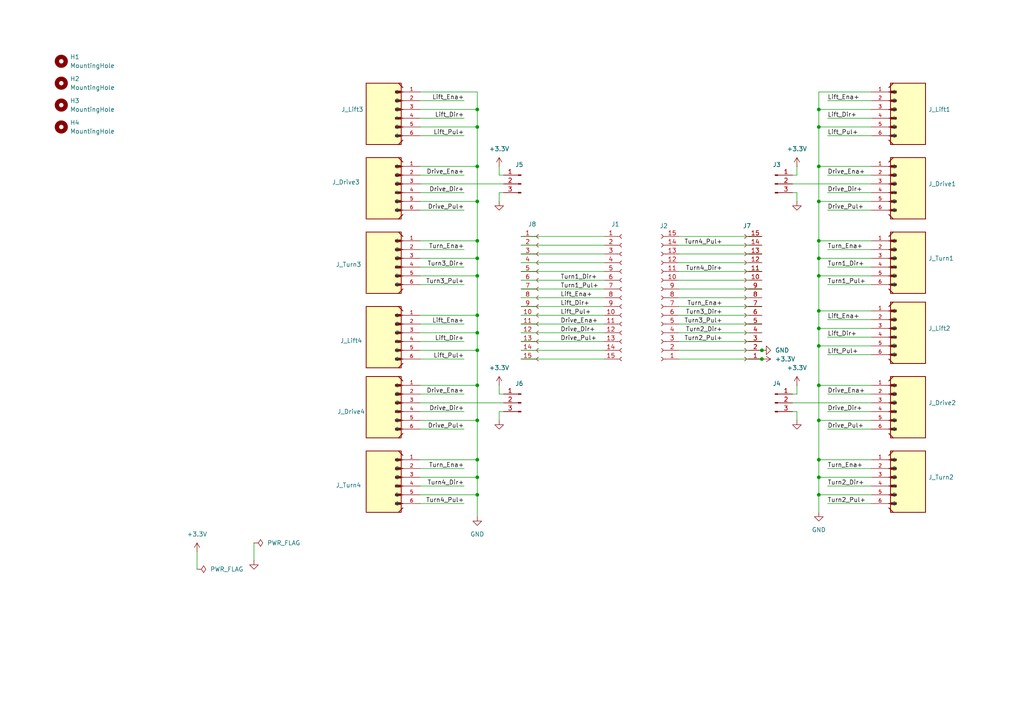
<source format=kicad_sch>
(kicad_sch (version 20250114) (generator "eeschema") (generator_version "9.0")
  (paper "A4")
  (lib_symbols
    (symbol "B6B-PH-K-S:B6B-PH-K-S" (pin_names (offset 1.016))
      (property "Reference" "J" (at -5.58 10.16 0))
      (property "Value" "B6B-PH-K-S" (at -5.08 -10.16 0))
      (symbol "B6B-PH-K-S_0_0"
        (polyline (pts (xy -5.08 8.89) (xy -3.81 10.16)) (stroke (width 0.254)))
        (polyline (pts (xy -5.08 7.62) (xy -3.175 7.62)) (stroke (width 0.254)))
        (polyline (pts (xy -5.08 5.08) (xy -3.175 5.08)) (stroke (width 0.254)))
        (polyline (pts (xy -5.08 2.54) (xy -3.175 2.54)) (stroke (width 0.254)))
        (polyline (pts (xy -5.08 0) (xy -3.175 0)) (stroke (width 0.254)))
        (polyline (pts (xy -5.08 -2.54) (xy -3.175 -2.54)) (stroke (width 0.254)))
        (polyline (pts (xy -5.08 -5.08) (xy -3.175 -5.08)) (stroke (width 0.254)))
        (polyline (pts (xy -5.08 -6.35) (xy -3.81 -7.62)) (stroke (width 0.254)))
        (rectangle (start -4.6038 -7.62) (end 5.5563 10.16) (stroke (width 0.254)) (fill (type background)))
        (rectangle (start -4.445 7.3025) (end -2.8575 7.9375) (stroke (width 0.1)) (fill (type outline)))
        (rectangle (start -4.445 4.7625) (end -2.8575 5.3975) (stroke (width 0.1)) (fill (type outline)))
        (rectangle (start -4.445 2.2225) (end -2.8575 2.8575) (stroke (width 0.1)) (fill (type outline)))
        (rectangle (start -4.445 -0.3175) (end -2.8575 0.3175) (stroke (width 0.1)) (fill (type outline)))
        (rectangle (start -4.445 -2.8575) (end -2.8575 -2.2225) (stroke (width 0.1)) (fill (type outline)))
        (rectangle (start -4.445 -5.3975) (end -2.8575 -4.7625) (stroke (width 0.1)) (fill (type outline)))
        (pin passive line (at -10.16 7.62 0) (length 5.08) (name "1") (number "1"))
        (pin passive line (at -10.16 5.08 0) (length 5.08) (name "2") (number "2"))
        (pin passive line (at -10.16 2.54 0) (length 5.08) (name "3") (number "3"))
        (pin passive line (at -10.16 0 0) (length 5.08) (name "4") (number "4"))
        (pin passive line (at -10.16 -2.54 0) (length 5.08) (name "5") (number "5"))
        (pin passive line (at -10.16 -5.08 0) (length 5.08) (name "6") (number "6"))
      )
    )
    (symbol "Connector:Conn_01x03_Pin" (pin_names (offset 1.016) (hide yes))
      (property "Reference" "J" (at 0 5.08 0))
      (property "Value" "Conn_01x03_Pin" (at 0 -5.08 0))
      (symbol "Conn_01x03_Pin_1_1"
        (rectangle (start 0.8636 2.667) (end 0 2.413) (stroke (width 0.1524)) (fill (type outline)))
        (rectangle (start 0.8636 0.127) (end 0 -0.127) (stroke (width 0.1524)) (fill (type outline)))
        (rectangle (start 0.8636 -2.413) (end 0 -2.667) (stroke (width 0.1524)) (fill (type outline)))
        (polyline (pts (xy 1.27 2.54) (xy 0.8636 2.54)) (stroke (width 0.1524)))
        (polyline (pts (xy 1.27 0) (xy 0.8636 0)) (stroke (width 0.1524)))
        (polyline (pts (xy 1.27 -2.54) (xy 0.8636 -2.54)) (stroke (width 0.1524)))
        (pin passive line (at 5.08 2.54 180) (length 3.81) (name "Pin_1") (number "1"))
        (pin passive line (at 5.08 0 180) (length 3.81) (name "Pin_2") (number "2"))
        (pin passive line (at 5.08 -2.54 180) (length 3.81) (name "Pin_3") (number "3"))
      )
    )
    (symbol "Connector:Conn_01x15_Socket" (pin_names (offset 1.016) (hide yes))
      (property "Reference" "J" (at 0 20.32 0))
      (property "Value" "Conn_01x15_Socket" (at 0 -20.32 0))
      (symbol "Conn_01x15_Socket_1_1"
        (polyline (pts (xy -1.27 17.78) (xy -0.508 17.78)) (stroke (width 0.1524)))
        (polyline (pts (xy -1.27 15.24) (xy -0.508 15.24)) (stroke (width 0.1524)))
        (polyline (pts (xy -1.27 12.7) (xy -0.508 12.7)) (stroke (width 0.1524)))
        (polyline (pts (xy -1.27 10.16) (xy -0.508 10.16)) (stroke (width 0.1524)))
        (polyline (pts (xy -1.27 7.62) (xy -0.508 7.62)) (stroke (width 0.1524)))
        (polyline (pts (xy -1.27 5.08) (xy -0.508 5.08)) (stroke (width 0.1524)))
        (polyline (pts (xy -1.27 2.54) (xy -0.508 2.54)) (stroke (width 0.1524)))
        (polyline (pts (xy -1.27 0) (xy -0.508 0)) (stroke (width 0.1524)))
        (polyline (pts (xy -1.27 -2.54) (xy -0.508 -2.54)) (stroke (width 0.1524)))
        (polyline (pts (xy -1.27 -5.08) (xy -0.508 -5.08)) (stroke (width 0.1524)))
        (polyline (pts (xy -1.27 -7.62) (xy -0.508 -7.62)) (stroke (width 0.1524)))
        (polyline (pts (xy -1.27 -10.16) (xy -0.508 -10.16)) (stroke (width 0.1524)))
        (polyline (pts (xy -1.27 -12.7) (xy -0.508 -12.7)) (stroke (width 0.1524)))
        (polyline (pts (xy -1.27 -15.24) (xy -0.508 -15.24)) (stroke (width 0.1524)))
        (polyline (pts (xy -1.27 -17.78) (xy -0.508 -17.78)) (stroke (width 0.1524)))
        (arc (start 0 17.272) (mid -0.5058 17.78) (end 0 18.288) (stroke (width 0.1524)))
        (arc (start 0 14.732) (mid -0.5058 15.24) (end 0 15.748) (stroke (width 0.1524)))
        (arc (start 0 12.192) (mid -0.5058 12.7) (end 0 13.208) (stroke (width 0.1524)))
        (arc (start 0 9.652) (mid -0.5058 10.16) (end 0 10.668) (stroke (width 0.1524)))
        (arc (start 0 7.112) (mid -0.5058 7.62) (end 0 8.128) (stroke (width 0.1524)))
        (arc (start 0 4.572) (mid -0.5058 5.08) (end 0 5.588) (stroke (width 0.1524)))
        (arc (start 0 2.032) (mid -0.5058 2.54) (end 0 3.048) (stroke (width 0.1524)))
        (arc (start 0 -0.508) (mid -0.5058 0) (end 0 0.508) (stroke (width 0.1524)))
        (arc (start 0 -3.048) (mid -0.5058 -2.54) (end 0 -2.032) (stroke (width 0.1524)))
        (arc (start 0 -5.588) (mid -0.5058 -5.08) (end 0 -4.572) (stroke (width 0.1524)))
        (arc (start 0 -8.128) (mid -0.5058 -7.62) (end 0 -7.112) (stroke (width 0.1524)))
        (arc (start 0 -10.668) (mid -0.5058 -10.16) (end 0 -9.652) (stroke (width 0.1524)))
        (arc (start 0 -13.208) (mid -0.5058 -12.7) (end 0 -12.192) (stroke (width 0.1524)))
        (arc (start 0 -15.748) (mid -0.5058 -15.24) (end 0 -14.732) (stroke (width 0.1524)))
        (arc (start 0 -18.288) (mid -0.5058 -17.78) (end 0 -17.272) (stroke (width 0.1524)))
        (pin passive line (at -5.08 17.78 0) (length 3.81) (name "Pin_1") (number "1"))
        (pin passive line (at -5.08 15.24 0) (length 3.81) (name "Pin_2") (number "2"))
        (pin passive line (at -5.08 12.7 0) (length 3.81) (name "Pin_3") (number "3"))
        (pin passive line (at -5.08 10.16 0) (length 3.81) (name "Pin_4") (number "4"))
        (pin passive line (at -5.08 7.62 0) (length 3.81) (name "Pin_5") (number "5"))
        (pin passive line (at -5.08 5.08 0) (length 3.81) (name "Pin_6") (number "6"))
        (pin passive line (at -5.08 2.54 0) (length 3.81) (name "Pin_7") (number "7"))
        (pin passive line (at -5.08 0 0) (length 3.81) (name "Pin_8") (number "8"))
        (pin passive line (at -5.08 -2.54 0) (length 3.81) (name "Pin_9") (number "9"))
        (pin passive line (at -5.08 -5.08 0) (length 3.81) (name "Pin_10") (number "10"))
        (pin passive line (at -5.08 -7.62 0) (length 3.81) (name "Pin_11") (number "11"))
        (pin passive line (at -5.08 -10.16 0) (length 3.81) (name "Pin_12") (number "12"))
        (pin passive line (at -5.08 -12.7 0) (length 3.81) (name "Pin_13") (number "13"))
        (pin passive line (at -5.08 -15.24 0) (length 3.81) (name "Pin_14") (number "14"))
        (pin passive line (at -5.08 -17.78 0) (length 3.81) (name "Pin_15") (number "15"))
      )
    )
    (symbol "Mechanical:MountingHole" (pin_names (offset 1.016)) (in_bom no)
      (property "Reference" "H" (at 0 5.08 0))
      (property "Value" "MountingHole" (at 0 3.175 0))
      (symbol "MountingHole_0_1"
        (circle (center 0 0) (radius 1.27) (stroke (width 1.27)))
      )
    )
    (symbol "power:+3.3V" (power) (pin_numbers (hide yes)) (pin_names (offset 0) (hide yes))
      (property "Value" "+3.3V" (at 0 3.556 0))
      (symbol "+3.3V_0_1"
        (polyline (pts (xy -0.762 1.27) (xy 0 2.54)))
        (polyline (pts (xy 0 2.54) (xy 0.762 1.27)))
        (polyline (pts (xy 0 0) (xy 0 2.54)))
      )
      (symbol "+3.3V_1_1"
        (pin power_in line (at 0 0 90) (length 0) (name "~") (number "1"))
      )
    )
    (symbol "power:GND" (power) (pin_numbers (hide yes)) (pin_names (offset 0) (hide yes))
      (property "Value" "GND" (at 0 -3.81 0))
      (symbol "GND_0_1"
        (polyline (pts (xy 0 0) (xy 0 -1.27) (xy 1.27 -1.27) (xy 0 -2.54) (xy -1.27 -1.27) (xy 0 -1.27)))
      )
      (symbol "GND_1_1"
        (pin power_in line (at 0 0 270) (length 0) (name "~") (number "1"))
      )
    )
    (symbol "power:PWR_FLAG" (power) (pin_numbers (hide yes)) (pin_names (offset 0) (hide yes))
      (property "Value" "PWR_FLAG" (at 0 3.81 0))
      (symbol "PWR_FLAG_0_0"
        (pin power_out line (at 0 0 90) (length 0) (name "~") (number "1"))
      )
      (symbol "PWR_FLAG_0_1"
        (polyline (pts (xy 0 0) (xy 0 1.27) (xy -1.016 1.905) (xy 0 2.54) (xy 1.016 1.905) (xy 0 1.27)))
      )
    )
  )
  (junction (at 138.43 101.6))
  (junction (at 237.49 143.51))
  (junction (at 237.49 121.92))
  (junction (at 237.49 48.26))
  (junction (at 138.43 91.44))
  (junction (at 138.43 121.92))
  (junction (at 237.49 138.43))
  (junction (at 237.49 90.17))
  (junction (at 138.43 138.43))
  (junction (at 220.98 104.14))
  (junction (at 138.43 111.76))
  (junction (at 237.49 95.25))
  (junction (at 237.49 80.01))
  (junction (at 237.49 36.83))
  (junction (at 237.49 31.75))
  (junction (at 138.43 48.26))
  (junction (at 138.43 96.52))
  (junction (at 237.49 100.33))
  (junction (at 237.49 133.35))
  (junction (at 138.43 143.51))
  (junction (at 237.49 111.76))
  (junction (at 138.43 80.01))
  (junction (at 237.49 58.42))
  (junction (at 237.49 74.93))
  (junction (at 138.43 36.83))
  (junction (at 138.43 31.75))
  (junction (at 138.43 58.42))
  (junction (at 138.43 74.93))
  (junction (at 237.49 69.85))
  (junction (at 138.43 69.85))
  (junction (at 138.43 133.35))
  (junction (at 220.98 101.6))
  (wire (pts (xy 237.49 74.93) (xy 237.49 80.01)))
  (wire (pts (xy 138.43 69.85) (xy 138.43 74.93)))
  (wire (pts (xy 151.13 99.06) (xy 175.26 99.06)))
  (wire (pts (xy 240.03 60.96) (xy 252.73 60.96)))
  (wire (pts (xy 231.14 114.3) (xy 231.14 111.76)))
  (wire (pts (xy 146.05 50.8) (xy 144.78 50.8)))
  (wire (pts (xy 134.62 124.46) (xy 121.92 124.46)))
  (wire (pts (xy 121.92 91.44) (xy 138.43 91.44)))
  (wire (pts (xy 237.49 80.01) (xy 252.73 80.01)))
  (wire (pts (xy 121.92 58.42) (xy 138.43 58.42)))
  (wire (pts (xy 121.92 50.8) (xy 134.62 50.8)))
  (wire (pts (xy 134.62 140.97) (xy 121.92 140.97)))
  (wire (pts (xy 196.85 68.58) (xy 220.98 68.58)))
  (wire (pts (xy 144.78 114.3) (xy 144.78 111.76)))
  (wire (pts (xy 134.62 82.55) (xy 121.92 82.55)))
  (wire (pts (xy 151.13 91.44) (xy 175.26 91.44)))
  (wire (pts (xy 237.49 48.26) (xy 237.49 58.42)))
  (wire (pts (xy 237.49 31.75) (xy 237.49 36.83)))
  (wire (pts (xy 138.43 133.35) (xy 138.43 138.43)))
  (wire (pts (xy 229.87 114.3) (xy 231.14 114.3)))
  (wire (pts (xy 138.43 48.26) (xy 138.43 58.42)))
  (wire (pts (xy 146.05 114.3) (xy 144.78 114.3)))
  (wire (pts (xy 138.43 96.52) (xy 138.43 101.6)))
  (wire (pts (xy 121.92 69.85) (xy 138.43 69.85)))
  (wire (pts (xy 237.49 58.42) (xy 252.73 58.42)))
  (wire (pts (xy 252.73 138.43) (xy 237.49 138.43)))
  (wire (pts (xy 237.49 121.92) (xy 252.73 121.92)))
  (wire (pts (xy 237.49 26.67) (xy 237.49 31.75)))
  (wire (pts (xy 240.03 140.97) (xy 252.73 140.97)))
  (wire (pts (xy 237.49 48.26) (xy 252.73 48.26)))
  (wire (pts (xy 134.62 60.96) (xy 121.92 60.96)))
  (wire (pts (xy 144.78 50.8) (xy 144.78 48.26)))
  (wire (pts (xy 237.49 143.51) (xy 237.49 148.59)))
  (wire (pts (xy 252.73 114.3) (xy 240.03 114.3)))
  (wire (pts (xy 138.43 138.43) (xy 138.43 143.51)))
  (wire (pts (xy 151.13 101.6) (xy 175.26 101.6)))
  (wire (pts (xy 252.73 143.51) (xy 237.49 143.51)))
  (wire (pts (xy 237.49 100.33) (xy 252.73 100.33)))
  (wire (pts (xy 121.92 116.84) (xy 146.05 116.84)))
  (wire (pts (xy 146.05 55.88) (xy 144.78 55.88)))
  (wire (pts (xy 134.62 39.37) (xy 121.92 39.37)))
  (wire (pts (xy 237.49 80.01) (xy 237.49 90.17)))
  (wire (pts (xy 138.43 58.42) (xy 138.43 69.85)))
  (wire (pts (xy 240.03 72.39) (xy 252.73 72.39)))
  (wire (pts (xy 151.13 93.98) (xy 175.26 93.98)))
  (wire (pts (xy 151.13 68.58) (xy 175.26 68.58)))
  (wire (pts (xy 237.49 121.92) (xy 237.49 133.35)))
  (wire (pts (xy 151.13 88.9) (xy 175.26 88.9)))
  (wire (pts (xy 134.62 77.47) (xy 121.92 77.47)))
  (wire (pts (xy 73.66 157.48) (xy 73.66 162.56)))
  (wire (pts (xy 196.85 91.44) (xy 220.98 91.44)))
  (wire (pts (xy 252.73 55.88) (xy 240.03 55.88)))
  (wire (pts (xy 138.43 36.83) (xy 138.43 48.26)))
  (wire (pts (xy 252.73 119.38) (xy 240.03 119.38)))
  (wire (pts (xy 121.92 31.75) (xy 138.43 31.75)))
  (wire (pts (xy 237.49 36.83) (xy 252.73 36.83)))
  (wire (pts (xy 151.13 71.12) (xy 175.26 71.12)))
  (wire (pts (xy 240.03 77.47) (xy 252.73 77.47)))
  (wire (pts (xy 196.85 101.6) (xy 220.98 101.6)))
  (wire (pts (xy 240.03 146.05) (xy 252.73 146.05)))
  (wire (pts (xy 196.85 93.98) (xy 220.98 93.98)))
  (wire (pts (xy 138.43 121.92) (xy 138.43 133.35)))
  (wire (pts (xy 237.49 111.76) (xy 237.49 121.92)))
  (wire (pts (xy 237.49 58.42) (xy 237.49 69.85)))
  (wire (pts (xy 138.43 101.6) (xy 138.43 111.76)))
  (wire (pts (xy 240.03 97.79) (xy 252.73 97.79)))
  (wire (pts (xy 240.03 124.46) (xy 252.73 124.46)))
  (wire (pts (xy 134.62 104.14) (xy 121.92 104.14)))
  (wire (pts (xy 151.13 81.28) (xy 175.26 81.28)))
  (wire (pts (xy 134.62 72.39) (xy 121.92 72.39)))
  (wire (pts (xy 121.92 26.67) (xy 138.43 26.67)))
  (wire (pts (xy 196.85 71.12) (xy 220.98 71.12)))
  (wire (pts (xy 237.49 111.76) (xy 252.73 111.76)))
  (wire (pts (xy 151.13 83.82) (xy 175.26 83.82)))
  (wire (pts (xy 151.13 86.36) (xy 175.26 86.36)))
  (wire (pts (xy 121.92 133.35) (xy 138.43 133.35)))
  (wire (pts (xy 121.92 119.38) (xy 134.62 119.38)))
  (wire (pts (xy 237.49 95.25) (xy 237.49 100.33)))
  (wire (pts (xy 229.87 50.8) (xy 231.14 50.8)))
  (wire (pts (xy 138.43 80.01) (xy 138.43 91.44)))
  (wire (pts (xy 231.14 119.38) (xy 231.14 121.92)))
  (wire (pts (xy 138.43 143.51) (xy 138.43 149.86)))
  (wire (pts (xy 229.87 116.84) (xy 252.73 116.84)))
  (wire (pts (xy 121.92 55.88) (xy 134.62 55.88)))
  (wire (pts (xy 237.49 133.35) (xy 252.73 133.35)))
  (wire (pts (xy 134.62 93.98) (xy 121.92 93.98)))
  (wire (pts (xy 240.03 34.29) (xy 252.73 34.29)))
  (wire (pts (xy 237.49 100.33) (xy 237.49 111.76)))
  (wire (pts (xy 237.49 74.93) (xy 252.73 74.93)))
  (wire (pts (xy 252.73 50.8) (xy 240.03 50.8)))
  (wire (pts (xy 196.85 83.82) (xy 220.98 83.82)))
  (wire (pts (xy 196.85 96.52) (xy 220.98 96.52)))
  (wire (pts (xy 138.43 31.75) (xy 138.43 36.83)))
  (wire (pts (xy 196.85 104.14) (xy 220.98 104.14)))
  (wire (pts (xy 237.49 138.43) (xy 237.49 143.51)))
  (wire (pts (xy 237.49 90.17) (xy 252.73 90.17)))
  (wire (pts (xy 121.92 80.01) (xy 138.43 80.01)))
  (wire (pts (xy 237.49 133.35) (xy 237.49 138.43)))
  (wire (pts (xy 144.78 55.88) (xy 144.78 58.42)))
  (wire (pts (xy 196.85 86.36) (xy 220.98 86.36)))
  (wire (pts (xy 151.13 78.74) (xy 175.26 78.74)))
  (wire (pts (xy 121.92 101.6) (xy 138.43 101.6)))
  (wire (pts (xy 151.13 76.2) (xy 175.26 76.2)))
  (wire (pts (xy 138.43 111.76) (xy 138.43 121.92)))
  (wire (pts (xy 144.78 119.38) (xy 144.78 121.92)))
  (wire (pts (xy 240.03 135.89) (xy 252.73 135.89)))
  (wire (pts (xy 121.92 111.76) (xy 138.43 111.76)))
  (wire (pts (xy 151.13 104.14) (xy 175.26 104.14)))
  (wire (pts (xy 196.85 88.9) (xy 220.98 88.9)))
  (wire (pts (xy 196.85 78.74) (xy 220.98 78.74)))
  (wire (pts (xy 240.03 92.71) (xy 252.73 92.71)))
  (wire (pts (xy 151.13 96.52) (xy 175.26 96.52)))
  (wire (pts (xy 237.49 95.25) (xy 252.73 95.25)))
  (wire (pts (xy 237.49 36.83) (xy 237.49 48.26)))
  (wire (pts (xy 231.14 50.8) (xy 231.14 48.26)))
  (wire (pts (xy 121.92 48.26) (xy 138.43 48.26)))
  (wire (pts (xy 121.92 143.51) (xy 138.43 143.51)))
  (wire (pts (xy 229.87 53.34) (xy 252.73 53.34)))
  (wire (pts (xy 240.03 29.21) (xy 252.73 29.21)))
  (wire (pts (xy 196.85 76.2) (xy 220.98 76.2)))
  (wire (pts (xy 138.43 91.44) (xy 138.43 96.52)))
  (wire (pts (xy 231.14 55.88) (xy 231.14 58.42)))
  (wire (pts (xy 237.49 69.85) (xy 252.73 69.85)))
  (wire (pts (xy 134.62 34.29) (xy 121.92 34.29)))
  (wire (pts (xy 240.03 82.55) (xy 252.73 82.55)))
  (wire (pts (xy 138.43 26.67) (xy 138.43 31.75)))
  (wire (pts (xy 237.49 31.75) (xy 252.73 31.75)))
  (wire (pts (xy 121.92 96.52) (xy 138.43 96.52)))
  (wire (pts (xy 134.62 146.05) (xy 121.92 146.05)))
  (wire (pts (xy 196.85 99.06) (xy 220.98 99.06)))
  (wire (pts (xy 240.03 39.37) (xy 252.73 39.37)))
  (wire (pts (xy 121.92 114.3) (xy 134.62 114.3)))
  (wire (pts (xy 229.87 119.38) (xy 231.14 119.38)))
  (wire (pts (xy 57.15 160.02) (xy 57.15 165.1)))
  (wire (pts (xy 229.87 55.88) (xy 231.14 55.88)))
  (wire (pts (xy 151.13 73.66) (xy 175.26 73.66)))
  (wire (pts (xy 237.49 90.17) (xy 237.49 95.25)))
  (wire (pts (xy 138.43 74.93) (xy 138.43 80.01)))
  (wire (pts (xy 121.92 121.92) (xy 138.43 121.92)))
  (wire (pts (xy 121.92 53.34) (xy 146.05 53.34)))
  (wire (pts (xy 134.62 135.89) (xy 121.92 135.89)))
  (wire (pts (xy 134.62 29.21) (xy 121.92 29.21)))
  (wire (pts (xy 196.85 81.28) (xy 220.98 81.28)))
  (wire (pts (xy 196.85 73.66) (xy 220.98 73.66)))
  (wire (pts (xy 121.92 36.83) (xy 138.43 36.83)))
  (wire (pts (xy 240.03 102.87) (xy 252.73 102.87)))
  (wire (pts (xy 121.92 74.93) (xy 138.43 74.93)))
  (wire (pts (xy 146.05 119.38) (xy 144.78 119.38)))
  (wire (pts (xy 121.92 138.43) (xy 138.43 138.43)))
  (wire (pts (xy 237.49 69.85) (xy 237.49 74.93)))
  (wire (pts (xy 134.62 99.06) (xy 121.92 99.06)))
  (wire (pts (xy 252.73 26.67) (xy 237.49 26.67)))
  (label "Turn4_Dir+" (at 134.62 140.97 180))
  (label "Turn2_Pul+" (at 209.55 99.06 180))
  (label "Drive_Dir+" (at 134.62 119.38 180))
  (label "Turn3_Dir+" (at 209.55 91.44 180))
  (label "Drive_Pul+" (at 240.03 124.46 0))
  (label "Turn_Ena+" (at 134.62 72.39 180))
  (label "Drive_Pul+" (at 162.56 99.06 0))
  (label "Drive_Ena+" (at 240.03 114.3 0))
  (label "Turn_Ena+" (at 209.55 88.9 180))
  (label "Lift_Pul+" (at 162.56 91.44 0))
  (label "Lift_Dir+" (at 134.62 99.06 180))
  (label "Drive_Dir+" (at 162.56 96.52 0))
  (label "Drive_Ena+" (at 134.62 114.3 180))
  (label "Turn2_Dir+" (at 209.55 96.52 180))
  (label "Lift_Pul+" (at 134.62 39.37 180))
  (label "Turn4_Pul+" (at 134.62 146.05 180))
  (label "Turn3_Dir+" (at 134.62 77.47 180))
  (label "Lift_Dir+" (at 162.56 88.9 0))
  (label "Turn1_Dir+" (at 240.03 77.47 0))
  (label "Drive_Pul+" (at 134.62 124.46 180))
  (label "Lift_Dir+" (at 240.03 34.29 0))
  (label "Lift_Dir+" (at 134.62 34.29 180))
  (label "Turn_Ena+" (at 240.03 135.89 0))
  (label "Turn_Ena+" (at 134.62 135.89 180))
  (label "Drive_Dir+" (at 240.03 119.38 0))
  (label "Turn3_Pul+" (at 134.62 82.55 180))
  (label "Lift_Ena+" (at 134.62 93.98 180))
  (label "Drive_Pul+" (at 240.03 60.96 0))
  (label "Turn_Ena+" (at 240.03 72.39 0))
  (label "Lift_Ena+" (at 240.03 29.21 0))
  (label "Turn4_Dir+" (at 209.55 78.74 180))
  (label "Turn1_Dir+" (at 162.56 81.28 0))
  (label "Turn3_Pul+" (at 209.55 93.98 180))
  (label "Drive_Ena+" (at 240.03 50.8 0))
  (label "Lift_Ena+" (at 134.62 29.21 180))
  (label "Lift_Pul+" (at 240.03 102.87 0))
  (label "Turn1_Pul+" (at 240.03 82.55 0))
  (label "Turn1_Pul+" (at 162.56 83.82 0))
  (label "Lift_Ena+" (at 162.56 86.36 0))
  (label "Lift_Pul+" (at 240.03 39.37 0))
  (label "Turn2_Dir+" (at 240.03 140.97 0))
  (label "Drive_Dir+" (at 134.62 55.88 180))
  (label "Drive_Ena+" (at 134.62 50.8 180))
  (label "Lift_Pul+" (at 134.62 104.14 180))
  (label "Turn2_Pul+" (at 240.03 146.05 0))
  (label "Turn4_Pul+" (at 209.55 71.12 180))
  (label "Drive_Dir+" (at 240.03 55.88 0))
  (label "Drive_Pul+" (at 134.62 60.96 180))
  (label "Lift_Ena+" (at 240.03 92.71 0))
  (label "Lift_Dir+" (at 240.03 97.79 0))
  (label "Drive_Ena+" (at 162.56 93.98 0))
  (symbol (lib_id "Mechanical:MountingHole") (at 17.78 24.13 0) (unit 1) (in_bom no)
    (property "Reference" "H2" (at 20.32 22.8599 0) (effects (justify left)))
    (property "Value" "MountingHole" (at 20.32 25.3999 0) (effects (justify left)))
    (property "Footprint" "MountingHole:MountingHole_3.2mm_M3" (effects (hide yes)))
    (property "Description" "Mounting Hole without connection" (effects (hide yes)))
  )
  (symbol (lib_id "B6B-PH-K-S:B6B-PH-K-S") (at 111.76 77.47 0) (mirror y) (unit 1)
    (property "Reference" "J_Turn3" (at 101.092 76.708 0))
    (property "Value" "B6B-PH-K-S" (effects (hide yes)))
    (property "Footprint" "Connector_JST:JST_PH_B6B-PH-K_1x06_P2.00mm_Vertical" (effects (hide yes)))
    (property "Datasheet" "https://www.digikey.com/en/products/detail/jst-sales-america-inc/B6B-PH-K-S/926615" (effects (hide yes)))
    (property "MANUFACTURER" "JST" (effects (hide yes)))
  )
  (symbol (lib_id "B6B-PH-K-S:B6B-PH-K-S") (at 111.76 140.97 0) (mirror y) (unit 1)
    (property "Reference" "J_Turn4" (at 101.092 140.716 0))
    (property "Value" "B6B-PH-K-S" (effects (hide yes)))
    (property "Footprint" "Connector_JST:JST_PH_B6B-PH-K_1x06_P2.00mm_Vertical" (effects (hide yes)))
    (property "Datasheet" "https://www.digikey.com/en/products/detail/jst-sales-america-inc/B6B-PH-K-S/926615" (effects (hide yes)))
    (property "MANUFACTURER" "JST" (effects (hide yes)))
  )
  (symbol (lib_id "B6B-PH-K-S:B6B-PH-K-S") (at 111.76 119.38 0) (mirror y) (unit 1)
    (property "Reference" "J_Drive4" (at 101.854 119.38 0))
    (property "Value" "B6B-PH-K-S" (effects (hide yes)))
    (property "Footprint" "Connector_JST:JST_PH_B6B-PH-K_1x06_P2.00mm_Vertical" (effects (hide yes)))
    (property "Datasheet" "https://www.digikey.com/en/products/detail/jst-sales-america-inc/B6B-PH-K-S/926615" (effects (hide yes)))
    (property "MANUFACTURER" "JST" (effects (hide yes)))
  )
  (symbol (lib_id "power:PWR_FLAG") (at 57.15 165.1 270) (unit 1)
    (property "Reference" "#FLG02" (effects (hide yes)))
    (property "Value" "PWR_FLAG" (at 60.96 165.0999 90) (effects (justify left)))
    (property "Description" "Special symbol for telling ERC where power comes from" (effects (hide yes)))
  )
  (symbol (lib_id "Connector:Conn_01x03_Pin") (at 224.79 53.34 0) (unit 1)
    (property "Reference" "J3" (at 225.298 47.752 0))
    (property "Value" "Conn_01x03_Pin" (effects (hide yes)))
    (property "Footprint" "Connector_PinHeader_2.54mm:PinHeader_1x03_P2.54mm_Vertical" (effects (hide yes)))
    (property "Datasheet" "https://www.digikey.com/en/products/detail/w%C3%BCrth-elektronik/61300311121/4846825" (effects (hide yes)))
    (property "Description" "Generic connector, single row, 01x03, script generated" (effects (hide yes)))
  )
  (symbol (lib_id "B6B-PH-K-S:B6B-PH-K-S") (at 111.76 34.29 0) (mirror y) (unit 1)
    (property "Reference" "J_Lift3" (at 105.41 31.7499 0) (effects (justify left)))
    (property "Value" "B6B-PH-K-S" (effects (hide yes)))
    (property "Footprint" "Connector_JST:JST_PH_B6B-PH-K_1x06_P2.00mm_Vertical" (effects (hide yes)))
    (property "Datasheet" "https://www.digikey.com/en/products/detail/jst-sales-america-inc/B6B-PH-K-S/926615" (effects (hide yes)))
    (property "MANUFACTURER" "JST" (effects (hide yes)))
  )
  (symbol (lib_id "B6B-PH-K-S:B6B-PH-K-S") (at 262.89 140.97 0) (unit 1)
    (property "Reference" "J_Turn2" (at 269.24 138.4299 0) (effects (justify left)))
    (property "Value" "B6B-PH-K-S" (effects (hide yes)))
    (property "Footprint" "Connector_JST:JST_PH_B6B-PH-K_1x06_P2.00mm_Vertical" (effects (hide yes)))
    (property "Datasheet" "https://www.digikey.com/en/products/detail/jst-sales-america-inc/B6B-PH-K-S/926615" (effects (hide yes)))
    (property "MANUFACTURER" "JST" (effects (hide yes)))
  )
  (symbol (lib_id "B6B-PH-K-S:B6B-PH-K-S") (at 262.89 119.38 0) (unit 1)
    (property "Reference" "J_Drive2" (at 269.24 116.8399 0) (effects (justify left)))
    (property "Value" "B6B-PH-K-S" (effects (hide yes)))
    (property "Footprint" "Connector_JST:JST_PH_B6B-PH-K_1x06_P2.00mm_Vertical" (effects (hide yes)))
    (property "Datasheet" "https://www.digikey.com/en/products/detail/jst-sales-america-inc/B6B-PH-K-S/926615" (effects (hide yes)))
    (property "MANUFACTURER" "JST" (effects (hide yes)))
  )
  (symbol (lib_id "Mechanical:MountingHole") (at 17.78 36.83 0) (unit 1) (in_bom no)
    (property "Reference" "H4" (at 20.32 35.5599 0) (effects (justify left)))
    (property "Value" "MountingHole" (at 20.32 38.0999 0) (effects (justify left)))
    (property "Footprint" "MountingHole:MountingHole_3.2mm_M3" (effects (hide yes)))
    (property "Description" "Mounting Hole without connection" (effects (hide yes)))
  )
  (symbol (lib_id "Mechanical:MountingHole") (at 17.78 17.78 0) (unit 1) (in_bom no)
    (property "Reference" "H1" (at 20.32 16.5099 0) (effects (justify left)))
    (property "Value" "MountingHole" (at 20.32 19.0499 0) (effects (justify left)))
    (property "Footprint" "MountingHole:MountingHole_3.2mm_M3" (effects (hide yes)))
    (property "Description" "Mounting Hole without connection" (effects (hide yes)))
  )
  (symbol (lib_id "power:GND") (at 138.43 149.86 0) (unit 1)
    (property "Reference" "#PWR01" (effects (hide yes)))
    (property "Value" "GND" (at 138.43 154.94 0))
    (property "Description" "Power symbol creates a global label with name \"GND\" , ground" (effects (hide yes)))
  )
  (symbol (lib_id "B6B-PH-K-S:B6B-PH-K-S") (at 262.89 55.88 0) (unit 1)
    (property "Reference" "J_Drive1" (at 269.24 53.3399 0) (effects (justify left)))
    (property "Value" "B6B-PH-K-S" (effects (hide yes)))
    (property "Footprint" "Connector_JST:JST_PH_B6B-PH-K_1x06_P2.00mm_Vertical" (effects (hide yes)))
    (property "Datasheet" "https://www.digikey.com/en/products/detail/jst-sales-america-inc/B6B-PH-K-S/926615" (effects (hide yes)))
    (property "MANUFACTURER" "JST" (effects (hide yes)))
  )
  (symbol (lib_id "power:+3.3V") (at 57.15 160.02 0) (unit 1)
    (property "Reference" "#PWR09" (effects (hide yes)))
    (property "Value" "+3.3V" (at 57.15 154.94 0))
    (property "Description" "Power symbol creates a global label with name \"+3.3V\"" (effects (hide yes)))
  )
  (symbol (lib_id "B6B-PH-K-S:B6B-PH-K-S") (at 111.76 55.88 0) (mirror y) (unit 1)
    (property "Reference" "J_Drive3" (at 100.33 52.832 0))
    (property "Value" "B6B-PH-K-S" (effects (hide yes)))
    (property "Footprint" "Connector_JST:JST_PH_B6B-PH-K_1x06_P2.00mm_Vertical" (effects (hide yes)))
    (property "Datasheet" "https://www.digikey.com/en/products/detail/jst-sales-america-inc/B6B-PH-K-S/926615" (effects (hide yes)))
    (property "MANUFACTURER" "JST" (effects (hide yes)))
  )
  (symbol (lib_id "power:+3.3V") (at 144.78 111.76 0) (unit 1)
    (property "Reference" "#PWR05" (effects (hide yes)))
    (property "Value" "+3.3V" (at 144.78 106.68 0))
    (property "Description" "Power symbol creates a global label with name \"+3.3V\"" (effects (hide yes)))
  )
  (symbol (lib_id "power:+3.3V") (at 144.78 48.26 0) (unit 1)
    (property "Reference" "#PWR07" (effects (hide yes)))
    (property "Value" "+3.3V" (at 144.78 43.18 0))
    (property "Description" "Power symbol creates a global label with name \"+3.3V\"" (effects (hide yes)))
  )
  (symbol (lib_id "power:GND") (at 144.78 58.42 0) (mirror y) (unit 1)
    (property "Reference" "#PWR08" (effects (hide yes)))
    (property "Value" "GND" (effects (hide yes)))
    (property "Description" "Power symbol creates a global label with name \"GND\" , ground" (effects (hide yes)))
  )
  (symbol (lib_id "B6B-PH-K-S:B6B-PH-K-S") (at 262.89 77.47 0) (unit 1)
    (property "Reference" "J_Turn1" (at 269.24 74.9299 0) (effects (justify left)))
    (property "Value" "B6B-PH-K-S" (effects (hide yes)))
    (property "Footprint" "Connector_JST:JST_PH_B6B-PH-K_1x06_P2.00mm_Vertical" (effects (hide yes)))
    (property "Datasheet" "https://www.digikey.com/en/products/detail/jst-sales-america-inc/B6B-PH-K-S/926615" (effects (hide yes)))
    (property "MANUFACTURER" "JST" (effects (hide yes)))
  )
  (symbol (lib_id "power:GND") (at 231.14 121.92 0) (unit 1)
    (property "Reference" "#PWR06" (effects (hide yes)))
    (property "Value" "GND" (effects (hide yes)))
    (property "Description" "Power symbol creates a global label with name \"GND\" , ground" (effects (hide yes)))
  )
  (symbol (lib_id "power:+3.3V") (at 220.98 104.14 270) (unit 1)
    (property "Reference" "#PWR013" (effects (hide yes)))
    (property "Value" "+3.3V" (at 224.79 104.1399 90) (effects (justify left)))
    (property "Description" "Power symbol creates a global label with name \"+3.3V\"" (effects (hide yes)))
  )
  (symbol (lib_id "power:GND") (at 231.14 58.42 0) (unit 1)
    (property "Reference" "#PWR03" (effects (hide yes)))
    (property "Value" "GND" (effects (hide yes)))
    (property "Description" "Power symbol creates a global label with name \"GND\" , ground" (effects (hide yes)))
  )
  (symbol (lib_id "Mechanical:MountingHole") (at 17.78 30.48 0) (unit 1) (in_bom no)
    (property "Reference" "H3" (at 20.32 29.2099 0) (effects (justify left)))
    (property "Value" "MountingHole" (at 20.32 31.7499 0) (effects (justify left)))
    (property "Footprint" "MountingHole:MountingHole_3.2mm_M3" (effects (hide yes)))
    (property "Description" "Mounting Hole without connection" (effects (hide yes)))
  )
  (symbol (lib_id "power:GND") (at 73.66 162.56 0) (unit 1)
    (property "Reference" "#PWR011" (effects (hide yes)))
    (property "Value" "GND" (effects (hide yes)))
    (property "Description" "Power symbol creates a global label with name \"GND\" , ground" (effects (hide yes)))
  )
  (symbol (lib_id "power:GND") (at 144.78 121.92 0) (mirror y) (unit 1)
    (property "Reference" "#PWR010" (effects (hide yes)))
    (property "Value" "GND" (effects (hide yes)))
    (property "Description" "Power symbol creates a global label with name \"GND\" , ground" (effects (hide yes)))
  )
  (symbol (lib_id "Connector:Conn_01x03_Pin") (at 151.13 116.84 0) (mirror y) (unit 1)
    (property "Reference" "J6" (at 150.622 111.252 0))
    (property "Value" "Conn_01x03_Pin" (effects (hide yes)))
    (property "Footprint" "Connector_PinHeader_2.54mm:PinHeader_1x03_P2.54mm_Vertical" (effects (hide yes)))
    (property "Datasheet" "https://www.digikey.com/en/products/detail/w%C3%BCrth-elektronik/61300311121/4846825" (effects (hide yes)))
    (property "Description" "Generic connector, single row, 01x03, script generated" (effects (hide yes)))
  )
  (symbol (lib_id "Connector:Conn_01x03_Pin") (at 151.13 53.34 0) (mirror y) (unit 1)
    (property "Reference" "J5" (at 150.622 47.752 0))
    (property "Value" "Conn_01x03_Pin" (effects (hide yes)))
    (property "Footprint" "Connector_PinHeader_2.54mm:PinHeader_1x03_P2.54mm_Vertical" (effects (hide yes)))
    (property "Datasheet" "https://www.digikey.com/en/products/detail/w%C3%BCrth-elektronik/61300311121/4846825" (effects (hide yes)))
    (property "Description" "Generic connector, single row, 01x03, script generated" (effects (hide yes)))
  )
  (symbol (lib_id "B6B-PH-K-S:B6B-PH-K-S") (at 262.89 34.29 0) (unit 1)
    (property "Reference" "J_Lift1" (at 269.24 31.7499 0) (effects (justify left)))
    (property "Value" "B6B-PH-K-S" (effects (hide yes)))
    (property "Footprint" "Connector_JST:JST_PH_B6B-PH-K_1x06_P2.00mm_Vertical" (effects (hide yes)))
    (property "Datasheet" "https://www.digikey.com/en/products/detail/jst-sales-america-inc/B6B-PH-K-S/926615" (effects (hide yes)))
    (property "MANUFACTURER" "JST" (effects (hide yes)))
  )
  (symbol (lib_id "power:+3.3V") (at 231.14 48.26 0) (unit 1)
    (property "Reference" "#PWR012" (effects (hide yes)))
    (property "Value" "+3.3V" (at 231.14 43.18 0))
    (property "Description" "Power symbol creates a global label with name \"+3.3V\"" (effects (hide yes)))
  )
  (symbol (lib_id "Connector:Conn_01x15_Socket") (at 180.34 86.36 0) (unit 1)
    (property "Reference" "J1" (at 177.292 65.024 0) (effects (justify left)))
    (property "Value" "Conn_01x15_Socket" (effects (hide yes)))
    (property "Footprint" "Connector_PinSocket_2.54mm:PinSocket_1x15_P2.54mm_Vertical" (effects (hide yes)))
    (property "Datasheet" "https://www.digikey.com/en/products/detail/sullins-connector-solutions/PPTC151LFBN-RC/810153" (effects (hide yes)))
    (property "Description" "Generic connector, single row, 01x15, script generated" (effects (hide yes)))
  )
  (symbol (lib_id "Connector:Conn_01x15_Socket") (at 156.21 86.36 0) (unit 1)
    (property "Reference" "J8" (at 153.162 65.024 0) (effects (justify left)))
    (property "Value" "Conn_01x15_Socket" (effects (hide yes)))
    (property "Footprint" "Connector_PinSocket_2.54mm:PinSocket_1x15_P2.54mm_Vertical" (effects (hide yes)))
    (property "Datasheet" "https://www.digikey.com/en/products/detail/sullins-connector-solutions/PPTC151LFBN-RC/810153" (effects (hide yes)))
    (property "Description" "Generic connector, single row, 01x15, script generated" (effects (hide yes)))
  )
  (symbol (lib_id "B6B-PH-K-S:B6B-PH-K-S") (at 262.89 97.79 0) (unit 1)
    (property "Reference" "J_Lift2" (at 269.24 95.2499 0) (effects (justify left)))
    (property "Value" "B6B-PH-K-S" (effects (hide yes)))
    (property "Footprint" "Connector_JST:JST_PH_B6B-PH-K_1x06_P2.00mm_Vertical" (effects (hide yes)))
    (property "Datasheet" "https://www.digikey.com/en/products/detail/jst-sales-america-inc/B6B-PH-K-S/926615" (effects (hide yes)))
    (property "MANUFACTURER" "JST" (effects (hide yes)))
  )
  (symbol (lib_id "Connector:Conn_01x03_Pin") (at 224.79 116.84 0) (unit 1)
    (property "Reference" "J4" (at 225.298 111.252 0))
    (property "Value" "Conn_01x03_Pin" (effects (hide yes)))
    (property "Footprint" "Connector_PinHeader_2.54mm:PinHeader_1x03_P2.54mm_Vertical" (effects (hide yes)))
    (property "Datasheet" "https://www.digikey.com/en/products/detail/w%C3%BCrth-elektronik/61300311121/4846825" (effects (hide yes)))
    (property "Description" "Generic connector, single row, 01x03, script generated" (effects (hide yes)))
  )
  (symbol (lib_id "B6B-PH-K-S:B6B-PH-K-S") (at 111.76 99.06 0) (mirror y) (unit 1)
    (property "Reference" "J_Lift4" (at 101.854 98.806 0))
    (property "Value" "B6B-PH-K-S" (effects (hide yes)))
    (property "Footprint" "Connector_JST:JST_PH_B6B-PH-K_1x06_P2.00mm_Vertical" (effects (hide yes)))
    (property "Datasheet" "https://www.digikey.com/en/products/detail/jst-sales-america-inc/B6B-PH-K-S/926615" (effects (hide yes)))
    (property "MANUFACTURER" "JST" (effects (hide yes)))
  )
  (symbol (lib_id "power:GND") (at 237.49 148.59 0) (unit 1)
    (property "Reference" "#PWR02" (effects (hide yes)))
    (property "Value" "GND" (at 237.49 153.67 0))
    (property "Description" "Power symbol creates a global label with name \"GND\" , ground" (effects (hide yes)))
  )
  (symbol (lib_id "Connector:Conn_01x15_Socket") (at 191.77 86.36 180) (unit 1)
    (property "Reference" "J2" (at 192.532 65.532 0))
    (property "Value" "Conn_01x15_Socket" (effects (hide yes)))
    (property "Footprint" "Connector_PinSocket_2.54mm:PinSocket_1x15_P2.54mm_Vertical" (effects (hide yes)))
    (property "Datasheet" "https://www.digikey.com/en/products/detail/sullins-connector-solutions/PPTC151LFBN-RC/810153" (effects (hide yes)))
    (property "Description" "Generic connector, single row, 01x15, script generated" (effects (hide yes)))
  )
  (symbol (lib_id "power:PWR_FLAG") (at 73.66 157.48 270) (unit 1)
    (property "Reference" "#FLG01" (effects (hide yes)))
    (property "Value" "PWR_FLAG" (at 77.47 157.4799 90) (effects (justify left)))
    (property "Description" "Special symbol for telling ERC where power comes from" (effects (hide yes)))
  )
  (symbol (lib_id "Connector:Conn_01x15_Socket") (at 215.9 86.36 180) (unit 1)
    (property "Reference" "J7" (at 216.662 65.532 0))
    (property "Value" "Conn_01x15_Socket" (effects (hide yes)))
    (property "Footprint" "Connector_PinSocket_2.54mm:PinSocket_1x15_P2.54mm_Vertical" (effects (hide yes)))
    (property "Datasheet" "https://www.digikey.com/en/products/detail/sullins-connector-solutions/PPTC151LFBN-RC/810153" (effects (hide yes)))
    (property "Description" "Generic connector, single row, 01x15, script generated" (effects (hide yes)))
  )
  (symbol (lib_id "power:+3.3V") (at 231.14 111.76 0) (unit 1)
    (property "Reference" "#PWR04" (effects (hide yes)))
    (property "Value" "+3.3V" (at 231.14 106.68 0))
    (property "Description" "Power symbol creates a global label with name \"+3.3V\"" (effects (hide yes)))
  )
  (symbol (lib_id "power:GND") (at 220.98 101.6 90) (unit 1)
    (property "Reference" "#PWR014" (effects (hide yes)))
    (property "Value" "GND" (at 224.79 101.5999 90) (effects (justify right)))
    (property "Description" "Power symbol creates a global label with name \"GND\" , ground" (effects (hide yes)))
  )
)
</source>
